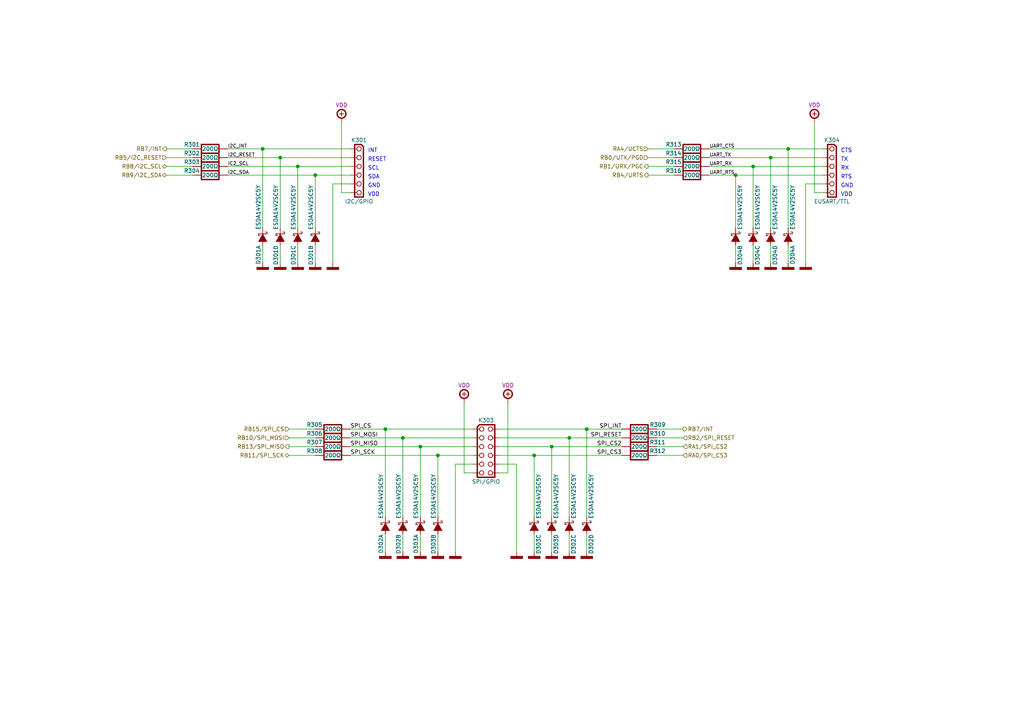
<source format=kicad_sch>
(kicad_sch (version 20250114) (generator "eeschema") (generator_version "9.0")
  (paper "A4")
  (title_block (title "Module") (date "01/2022") (rev "A") (comment 1 "PIC16-Bit Trainer"))
  (lib_symbols
    (symbol "tronixio:+VDD" (power) (pin_numbers (hide yes)) (pin_names (offset 0) (hide yes))
      (property "Description" "VDD" (at 0 5.08 0))
      (symbol "+VDD_0_1"
        (polyline (pts (xy -0.635 2.54) (xy 0.635 2.54)) (stroke (width 0.2)))
        (circle (center 0 2.54) (radius 1.27) (stroke (width 0.4)))
        (polyline (pts (xy 0 1.905) (xy 0 3.175)) (stroke (width 0.2)))
      )
      (symbol "+VDD_1_1"
        (pin power_in line (at 0 0 90) (length 1.27) (name "~") (number "1"))
      )
    )
    (symbol "tronixio:GND" (power) (pin_numbers (hide yes)) (pin_names (offset 0) (hide yes))
      (symbol "GND_0_1"
        (rectangle (start -1.778 -2.032) (end 1.778 -1.27) (stroke (width 0.001)) (fill (type outline)))
      )
      (symbol "GND_1_1"
        (pin power_in line (at 0 0 270) (length 1.27) (name "~") (number "1"))
      )
    )
    (symbol "tronixio:RESISTOR-1206-200R-5P" (pin_numbers (hide yes)) (pin_names (offset 0) (hide yes))
      (property "Reference" "R" (at 0.635 3.81 0))
      (property "Value" "200Ω" (at 0 0 90))
      (symbol "RESISTOR-1206-200R-5P_0_1"
        (rectangle (start -1.27 -2.54) (end 1.27 2.54) (stroke (width 0.4)))
      )
      (symbol "RESISTOR-1206-200R-5P_1_1"
        (pin passive line (at 0 5.08 270) (length 2.54) (name "~") (number "1"))
        (pin passive line (at 0 -5.08 90) (length 2.54) (name "~") (number "2"))
      )
    )
    (symbol "tronixio:SAMTEC-254-F-1X06-RIGHT-ANGLE" (pin_numbers (hide yes)) (pin_names (offset 0) (hide yes))
      (property "Reference" "K" (at 0 2.54 0))
      (property "Value" "SAMTEC-SSW-106-02-T-S-RA" (at 0 -15.24 0))
      (symbol "SAMTEC-254-F-1X06-RIGHT-ANGLE_0_1"
        (polyline (pts (xy -1.27 -13.97) (xy 1.27 -13.97) (xy 1.27 0.635) (xy 0.635 1.27) (xy -1.27 1.27) (xy -1.27 -13.97)) (stroke (width 0.4)))
        (circle (center 0 0) (radius 0.635) (stroke (width 0.2)))
        (circle (center 0 -2.54) (radius 0.635) (stroke (width 0.2)))
        (circle (center 0 -5.08) (radius 0.635) (stroke (width 0.2)))
        (circle (center 0 -7.62) (radius 0.635) (stroke (width 0.2)))
        (circle (center 0 -10.16) (radius 0.635) (stroke (width 0.2)))
        (circle (center 0 -12.7) (radius 0.635) (stroke (width 0.2)))
      )
      (symbol "SAMTEC-254-F-1X06-RIGHT-ANGLE_1_1"
        (pin passive line (at -2.54 0 0) (length 1.905) (name "1") (number "1"))
        (pin passive line (at -2.54 -2.54 0) (length 1.905) (name "2") (number "2"))
        (pin passive line (at -2.54 -5.08 0) (length 1.905) (name "3") (number "3"))
        (pin passive line (at -2.54 -7.62 0) (length 1.905) (name "4") (number "4"))
        (pin passive line (at -2.54 -10.16 0) (length 1.905) (name "5") (number "5"))
        (pin passive line (at -2.54 -12.7 0) (length 1.905) (name "6") (number "6"))
      )
    )
    (symbol "tronixio:SAMTEC-254-F-2X06-RIGHT-ANGLE" (pin_numbers (hide yes)) (pin_names (offset 0) (hide yes))
      (property "Reference" "K" (at 0 2.54 0))
      (property "Value" "SAMTEC-SSW-106-02-T-D-RA" (at 0 -15.24 0))
      (symbol "SAMTEC-254-F-2X06-RIGHT-ANGLE_0_0"
        (polyline (pts (xy -1.27 -13.97) (xy 3.81 -13.97) (xy 3.81 1.27) (xy -0.635 1.27) (xy -1.27 0.635) (xy -1.27 -13.97)) (stroke (width 0.4)))
        (circle (center 0 0) (radius 0.635) (stroke (width 0.2)))
        (circle (center 0 -2.54) (radius 0.635) (stroke (width 0.2)))
        (circle (center 0 -5.08) (radius 0.635) (stroke (width 0.2)))
        (circle (center 0 -7.62) (radius 0.635) (stroke (width 0.2)))
        (circle (center 0 -10.16) (radius 0.635) (stroke (width 0.2)))
        (circle (center 0 -12.7) (radius 0.635) (stroke (width 0.2)))
        (circle (center 2.54 0) (radius 0.635) (stroke (width 0.2)))
        (circle (center 2.54 -2.54) (radius 0.635) (stroke (width 0.2)))
        (circle (center 2.54 -5.08) (radius 0.635) (stroke (width 0.2)))
        (circle (center 2.54 -7.62) (radius 0.635) (stroke (width 0.2)))
        (circle (center 2.54 -10.16) (radius 0.635) (stroke (width 0.2)))
        (circle (center 2.54 -12.7) (radius 0.635) (stroke (width 0.2)))
      )
      (symbol "SAMTEC-254-F-2X06-RIGHT-ANGLE_1_1"
        (pin passive line (at -2.54 0 0) (length 1.905) (name "1") (number "1"))
        (pin passive line (at -2.54 -2.54 0) (length 1.905) (name "3") (number "3"))
        (pin passive line (at -2.54 -5.08 0) (length 1.905) (name "5") (number "5"))
        (pin passive line (at -2.54 -7.62 0) (length 1.905) (name "7") (number "7"))
        (pin passive line (at -2.54 -10.16 0) (length 1.905) (name "9") (number "9"))
        (pin passive line (at -2.54 -12.7 0) (length 1.905) (name "11") (number "11"))
        (pin passive line (at 5.08 0 180) (length 1.905) (name "2") (number "2"))
        (pin passive line (at 5.08 -2.54 180) (length 1.905) (name "4") (number "4"))
        (pin passive line (at 5.08 -5.08 180) (length 1.905) (name "6") (number "6"))
        (pin passive line (at 5.08 -7.62 180) (length 1.905) (name "8") (number "8"))
        (pin passive line (at 5.08 -10.16 180) (length 1.905) (name "10") (number "10"))
        (pin passive line (at 5.08 -12.7 180) (length 1.905) (name "12") (number "12"))
      )
    )
    (symbol "tronixio:ST-ESDA14V2SC5Y-SOT-23" (pin_numbers (hide yes)) (pin_names (offset 0) (hide yes))
      (property "Reference" "D" (at 1.27 2.54 0))
      (property "Value" "ESDA14V2SC5Y" (at 1.27 -2.54 0))
      (symbol "ST-ESDA14V2SC5Y-SOT-23_0_1"
        (polyline (pts (xy -1.27 -1.524) (xy 1.27 -1.524) (xy 0 0.762) (xy -1.27 -1.524)) (stroke (width 0.001)) (fill (type outline)))
        (polyline (pts (xy -0.762 0.254) (xy -1.27 0.254) (xy -1.27 0.762) (xy 1.27 0.762) (xy 1.27 1.27) (xy 0.762 1.27)) (stroke (width 0.2)))
      )
      (symbol "ST-ESDA14V2SC5Y-SOT-23_1_1"
        (pin passive line (at 0 2.54 270) (length 1.905) (name "C") (number "1"))
        (pin passive line (at 0 -2.54 90) (length 1.27) (name "A") (number "2"))
      )
      (symbol "ST-ESDA14V2SC5Y-SOT-23_2_1"
        (pin passive line (at 0 2.54 270) (length 1.905) (name "C") (number "3"))
        (pin passive line (at 0 -2.54 90) (length 1.27) (name "A") (number "2"))
      )
      (symbol "ST-ESDA14V2SC5Y-SOT-23_3_1"
        (pin passive line (at 0 2.54 270) (length 1.905) (name "C") (number "4"))
        (pin passive line (at 0 -2.54 90) (length 1.27) (name "A") (number "2"))
      )
      (symbol "ST-ESDA14V2SC5Y-SOT-23_4_1"
        (pin passive line (at 0 2.54 270) (length 1.905) (name "C") (number "5"))
        (pin passive line (at 0 -2.54 90) (length 1.27) (name "A") (number "2"))
      )
    )
  )
  (text "INT" (at 106.68 44.45 0) (effects (font (size 1.15 1.15)) (justify left bottom)))
  (text "TX" (at 243.84 46.99 0) (effects (font (size 1.15 1.15)) (justify left bottom)))
  (text "VDD" (at 106.68 57.15 0) (effects (font (size 1.15 1.15)) (justify left bottom)))
  (text "SCL" (at 106.68 49.53 0) (effects (font (size 1.15 1.15)) (justify left bottom)))
  (text "GND" (at 106.68 54.61 0) (effects (font (size 1.15 1.15)) (justify left bottom)))
  (text "RX" (at 243.84 49.53 0) (effects (font (size 1.15 1.15)) (justify left bottom)))
  (text "GND" (at 243.84 54.61 0) (effects (font (size 1.15 1.15)) (justify left bottom)))
  (text "SDA" (at 106.68 52.07 0) (effects (font (size 1.15 1.15)) (justify left bottom)))
  (text "CTS" (at 243.84 44.45 0) (effects (font (size 1.15 1.15)) (justify left bottom)))
  (text "VDD" (at 243.84 57.15 0) (effects (font (size 1.15 1.15)) (justify left bottom)))
  (text "RESET" (at 106.68 46.99 0) (effects (font (size 1.15 1.15)) (justify left bottom)))
  (text "RTS" (at 243.84 52.07 0) (effects (font (size 1.15 1.15)) (justify left bottom)))
  (junction (at 228.6 43.18))
  (junction (at 86.36 48.26))
  (junction (at 127 132.08))
  (junction (at 170.18 124.46))
  (junction (at 116.84 127))
  (junction (at 218.44 48.26))
  (junction (at 154.94 132.08))
  (junction (at 111.76 124.46))
  (junction (at 121.92 129.54))
  (junction (at 81.28 45.72))
  (junction (at 76.2 43.18))
  (junction (at 165.1 127))
  (junction (at 223.52 45.72))
  (junction (at 160.02 129.54))
  (junction (at 91.44 50.8))
  (junction (at 213.36 50.8))
  (wire (pts (xy 144.78 134.62) (xy 149.86 134.62)))
  (wire (pts (xy 223.52 71.12) (xy 223.52 76.2)))
  (wire (pts (xy 187.96 50.8) (xy 195.58 50.8)))
  (wire (pts (xy 91.44 71.12) (xy 91.44 76.2)))
  (wire (pts (xy 99.06 55.88) (xy 101.6 55.88)))
  (wire (pts (xy 205.74 43.18) (xy 228.6 43.18)))
  (wire (pts (xy 144.78 137.16) (xy 147.32 137.16)))
  (wire (pts (xy 236.22 35.56) (xy 236.22 55.88)))
  (wire (pts (xy 81.28 71.12) (xy 81.28 76.2)))
  (wire (pts (xy 111.76 154.94) (xy 111.76 160.02)))
  (wire (pts (xy 160.02 154.94) (xy 160.02 160.02)))
  (wire (pts (xy 134.62 137.16) (xy 137.16 137.16)))
  (wire (pts (xy 111.76 149.86) (xy 111.76 124.46)))
  (wire (pts (xy 83.82 124.46) (xy 91.44 124.46)))
  (wire (pts (xy 86.36 71.12) (xy 86.36 76.2)))
  (wire (pts (xy 127 154.94) (xy 127 160.02)))
  (wire (pts (xy 144.78 129.54) (xy 160.02 129.54)))
  (wire (pts (xy 213.36 71.12) (xy 213.36 76.2)))
  (wire (pts (xy 228.6 43.18) (xy 238.76 43.18)))
  (wire (pts (xy 213.36 50.8) (xy 213.36 66.04)))
  (wire (pts (xy 190.5 127) (xy 198.12 127)))
  (wire (pts (xy 116.84 127) (xy 116.84 149.86)))
  (wire (pts (xy 121.92 129.54) (xy 121.92 149.86)))
  (wire (pts (xy 205.74 50.8) (xy 213.36 50.8)))
  (wire (pts (xy 132.08 134.62) (xy 137.16 134.62)))
  (wire (pts (xy 228.6 43.18) (xy 228.6 66.04)))
  (wire (pts (xy 134.62 137.16) (xy 134.62 116.84)))
  (wire (pts (xy 160.02 129.54) (xy 160.02 149.86)))
  (wire (pts (xy 190.5 132.08) (xy 198.12 132.08)))
  (wire (pts (xy 236.22 55.88) (xy 238.76 55.88)))
  (wire (pts (xy 101.6 127) (xy 116.84 127)))
  (wire (pts (xy 154.94 132.08) (xy 180.34 132.08)))
  (wire (pts (xy 76.2 43.18) (xy 76.2 66.04)))
  (wire (pts (xy 101.6 129.54) (xy 121.92 129.54)))
  (wire (pts (xy 187.96 48.26) (xy 195.58 48.26)))
  (wire (pts (xy 48.26 48.26) (xy 55.88 48.26)))
  (wire (pts (xy 165.1 154.94) (xy 165.1 160.02)))
  (wire (pts (xy 91.44 50.8) (xy 91.44 66.04)))
  (wire (pts (xy 66.04 43.18) (xy 76.2 43.18)))
  (wire (pts (xy 101.6 124.46) (xy 111.76 124.46)))
  (wire (pts (xy 81.28 45.72) (xy 101.6 45.72)))
  (wire (pts (xy 66.04 48.26) (xy 86.36 48.26)))
  (wire (pts (xy 116.84 127) (xy 137.16 127)))
  (wire (pts (xy 205.74 48.26) (xy 218.44 48.26)))
  (wire (pts (xy 76.2 71.12) (xy 76.2 76.2)))
  (wire (pts (xy 83.82 127) (xy 91.44 127)))
  (wire (pts (xy 190.5 129.54) (xy 198.12 129.54)))
  (wire (pts (xy 170.18 154.94) (xy 170.18 160.02)))
  (wire (pts (xy 91.44 50.8) (xy 101.6 50.8)))
  (wire (pts (xy 127 132.08) (xy 137.16 132.08)))
  (wire (pts (xy 99.06 55.88) (xy 99.06 35.56)))
  (wire (pts (xy 81.28 45.72) (xy 81.28 66.04)))
  (wire (pts (xy 144.78 124.46) (xy 170.18 124.46)))
  (wire (pts (xy 66.04 45.72) (xy 81.28 45.72)))
  (wire (pts (xy 111.76 124.46) (xy 137.16 124.46)))
  (wire (pts (xy 228.6 71.12) (xy 228.6 76.2)))
  (wire (pts (xy 48.26 50.8) (xy 55.88 50.8)))
  (wire (pts (xy 48.26 43.18) (xy 55.88 43.18)))
  (wire (pts (xy 149.86 160.02) (xy 149.86 134.62)))
  (wire (pts (xy 187.96 43.18) (xy 195.58 43.18)))
  (wire (pts (xy 154.94 154.94) (xy 154.94 160.02)))
  (wire (pts (xy 165.1 149.86) (xy 165.1 127)))
  (wire (pts (xy 83.82 129.54) (xy 91.44 129.54)))
  (wire (pts (xy 154.94 132.08) (xy 154.94 149.86)))
  (wire (pts (xy 121.92 129.54) (xy 137.16 129.54)))
  (wire (pts (xy 205.74 45.72) (xy 223.52 45.72)))
  (wire (pts (xy 144.78 132.08) (xy 154.94 132.08)))
  (wire (pts (xy 48.26 45.72) (xy 55.88 45.72)))
  (wire (pts (xy 218.44 48.26) (xy 218.44 66.04)))
  (wire (pts (xy 233.68 76.2) (xy 233.68 53.34)))
  (wire (pts (xy 132.08 134.62) (xy 132.08 160.02)))
  (wire (pts (xy 213.36 50.8) (xy 238.76 50.8)))
  (wire (pts (xy 187.96 45.72) (xy 195.58 45.72)))
  (wire (pts (xy 165.1 127) (xy 180.34 127)))
  (wire (pts (xy 121.92 154.94) (xy 121.92 160.02)))
  (wire (pts (xy 96.52 53.34) (xy 96.52 76.2)))
  (wire (pts (xy 66.04 50.8) (xy 91.44 50.8)))
  (wire (pts (xy 76.2 43.18) (xy 101.6 43.18)))
  (wire (pts (xy 86.36 48.26) (xy 101.6 48.26)))
  (wire (pts (xy 86.36 48.26) (xy 86.36 66.04)))
  (wire (pts (xy 170.18 149.86) (xy 170.18 124.46)))
  (wire (pts (xy 223.52 45.72) (xy 238.76 45.72)))
  (wire (pts (xy 147.32 137.16) (xy 147.32 116.84)))
  (wire (pts (xy 223.52 45.72) (xy 223.52 66.04)))
  (wire (pts (xy 127 132.08) (xy 127 149.86)))
  (wire (pts (xy 218.44 48.26) (xy 238.76 48.26)))
  (wire (pts (xy 190.5 124.46) (xy 198.12 124.46)))
  (wire (pts (xy 170.18 124.46) (xy 180.34 124.46)))
  (wire (pts (xy 96.52 53.34) (xy 101.6 53.34)))
  (wire (pts (xy 144.78 127) (xy 165.1 127)))
  (wire (pts (xy 233.68 53.34) (xy 238.76 53.34)))
  (wire (pts (xy 218.44 71.12) (xy 218.44 76.2)))
  (wire (pts (xy 101.6 132.08) (xy 127 132.08)))
  (wire (pts (xy 83.82 132.08) (xy 91.44 132.08)))
  (wire (pts (xy 116.84 154.94) (xy 116.84 160.02)))
  (wire (pts (xy 160.02 129.54) (xy 180.34 129.54)))
  (label "SPI_MISO" (at 101.6 129.54 0) (effects (font (size 1.15 1.15))))
  (label "SPI_MOSI" (at 101.6 127 0) (effects (font (size 1.15 1.15))))
  (label "UART_RTS" (at 205.74 50.8 0) (effects (font (size 1 1))))
  (label "SPI_CS2" (at 180.34 129.54 180) (effects (font (size 1.15 1.15))))
  (label "UART_TX" (at 205.74 45.72 0) (effects (font (size 1 1))))
  (label "UART_CTS" (at 205.74 43.18 0) (effects (font (size 1 1))))
  (label "I2C_SDA" (at 66.04 50.8 0) (effects (font (size 1 1))))
  (label "IC2_SCL" (at 66.04 48.26 0) (effects (font (size 1 1))))
  (label "SPI_RESET" (at 180.34 127 180) (effects (font (size 1.15 1.15))))
  (label "UART_RX" (at 205.74 48.26 0) (effects (font (size 1 1))))
  (label "SPI_SCK" (at 101.6 132.08 0) (effects (font (size 1.15 1.15))))
  (label "I2C_RESET" (at 66.04 45.72 0) (effects (font (size 1 1))))
  (label "SPI_INT" (at 180.34 124.46 180) (effects (font (size 1.15 1.15))))
  (label "I2C_INT" (at 66.04 43.18 0) (effects (font (size 1 1))))
  (label "SPI_CS" (at 101.6 124.46 0) (effects (font (size 1.15 1.15))))
  (label "SPI_CS3" (at 180.34 132.08 180) (effects (font (size 1.15 1.15))))
  (hierarchical_label "RA0{slash}SPI_CS3" (shape input) (at 198.12 132.08 0) (effects (font (size 1.15 1.15))))
  (hierarchical_label "RA4{slash}UCTS" (shape input) (at 187.96 43.18 180) (effects (font (size 1.15 1.15))))
  (hierarchical_label "RB2{slash}SPI_RESET" (shape input) (at 198.12 127 0) (effects (font (size 1.15 1.15))))
  (hierarchical_label "RB1{slash}URX{slash}PGC" (shape output) (at 187.96 48.26 180) (effects (font (size 1.15 1.15))))
  (hierarchical_label "RB13{slash}SPI_MISO" (shape output) (at 83.82 129.54 180) (effects (font (size 1.15 1.15))))
  (hierarchical_label "RB9{slash}I2C_SDA" (shape bidirectional) (at 48.26 50.8 180) (effects (font (size 1.15 1.15))))
  (hierarchical_label "RB4{slash}URTS" (shape output) (at 187.96 50.8 180) (effects (font (size 1.15 1.15))))
  (hierarchical_label "RB15{slash}SPI_CS" (shape input) (at 83.82 124.46 180) (effects (font (size 1.15 1.15))))
  (hierarchical_label "RB10{slash}SPI_MOSI" (shape input) (at 83.82 127 180) (effects (font (size 1.15 1.15))))
  (hierarchical_label "RB0{slash}UTX{slash}PGD" (shape input) (at 187.96 45.72 180) (effects (font (size 1.15 1.15))))
  (hierarchical_label "RA1{slash}SPI_CS2" (shape input) (at 198.12 129.54 0) (effects (font (size 1.15 1.15))))
  (hierarchical_label "RB7{slash}INT" (shape output) (at 198.12 124.46 0) (effects (font (size 1.15 1.15))))
  (hierarchical_label "RB11{slash}SPI_SCK" (shape bidirectional) (at 83.82 132.08 180) (effects (font (size 1.15 1.15))))
  (hierarchical_label "RB7{slash}INT" (shape output) (at 48.26 43.18 180) (effects (font (size 1.15 1.15))))
  (hierarchical_label "RB5{slash}I2C_RESET" (shape input) (at 48.26 45.72 180) (effects (font (size 1.15 1.15))))
  (hierarchical_label "RB8{slash}I2C_SCL" (shape bidirectional) (at 48.26 48.26 180) (effects (font (size 1.15 1.15))))
  (symbol (lib_id "tronixio:RESISTOR-1206-200R-5P") (at 185.42 132.08 90) (unit 1)
    (property "Reference" "R312" (at 193.04 130.81 90) (effects (font (size 1.15 1.15)) (justify left)))
    (property "Value" "200Ω" (at 185.42 132.08 90) (effects (font (size 1.15 1.15))))
    (property "Footprint" "tronixio:RESISTOR-SMD-1206" (effects (hide yes)))
    (property "Description" "Resistor" (effects (hide yes)))
    (property "Tolerance" "5%" (effects (hide yes)))
    (property "Mouser" "660-RK73B2BTTDD201J" (effects (hide yes)))
  )
  (symbol (lib_id "tronixio:+VDD") (at 236.22 35.56 0) (unit 1)
    (property "Reference" "#PWR0151" (effects (hide yes)))
    (property "Value" "POWER-VDD" (effects (hide yes)))
    (property "Description" "VDD" (at 236.22 30.48 0) (effects (font (size 1.15 1.15))))
  )
  (symbol (lib_id "tronixio:GND") (at 154.94 160.02 0) (unit 1)
    (property "Reference" "#PWR0160" (effects (hide yes)))
    (property "Value" "POWER-GND" (effects (hide yes)))
    (property "Description" "GND" (effects (hide yes)))
  )
  (symbol (lib_id "tronixio:GND") (at 116.84 160.02 0) (unit 1)
    (property "Reference" "#PWR0144" (effects (hide yes)))
    (property "Value" "POWER-GND" (effects (hide yes)))
    (property "Description" "GND" (effects (hide yes)))
  )
  (symbol (lib_id "tronixio:RESISTOR-1206-200R-5P") (at 96.52 132.08 90) (unit 1)
    (property "Reference" "R308" (at 88.9 130.81 90) (effects (font (size 1.15 1.15)) (justify right)))
    (property "Value" "200Ω" (at 96.52 132.08 90) (effects (font (size 1.15 1.15))))
    (property "Footprint" "tronixio:RESISTOR-SMD-1206" (effects (hide yes)))
    (property "Description" "Resistor" (effects (hide yes)))
    (property "Tolerance" "5%" (effects (hide yes)))
    (property "Mouser" "660-RK73B2BTTDD201J" (effects (hide yes)))
  )
  (symbol (lib_id "tronixio:GND") (at 233.68 76.2 0) (unit 1)
    (property "Reference" "#PWR0152" (effects (hide yes)))
    (property "Value" "POWER-GND" (effects (hide yes)))
    (property "Description" "GND" (effects (hide yes)))
  )
  (symbol (lib_id "tronixio:ST-ESDA14V2SC5Y-SOT-23") (at 121.92 152.4 0) (unit 1)
    (property "Reference" "D303" (at 120.65 154.94 90) (effects (font (size 1.15 1.15)) (justify right)))
    (property "Value" "ESDA14V2SC5Y" (at 120.65 150.495 90) (effects (font (size 1.15 1.15)) (justify left)))
    (property "Footprint" "tronixio:SOT-23-5" (effects (hide yes)))
    (property "Datasheet" "http://www.st.com/content/ccc/resource/technical/document/datasheet/6c/ab/7a/c8/ed/5a/4e/94/DM00231412.pdf/files/DM00231412.pdf/jcr:content/translations/en.DM00231412.pdf" (effects (hide yes)))
    (property "Mouser" "511-ESDA14V2SC5Y" (effects (hide yes)))
  )
  (symbol (lib_id "tronixio:ST-ESDA14V2SC5Y-SOT-23") (at 81.28 68.58 0) (unit 4)
    (property "Reference" "D301" (at 80.01 71.12 90) (effects (font (size 1.15 1.15)) (justify right)))
    (property "Value" "ESDA14V2SC5Y" (at 80.01 66.675 90) (effects (font (size 1.15 1.15)) (justify left)))
    (property "Footprint" "tronixio:SOT-23-5" (effects (hide yes)))
    (property "Datasheet" "http://www.st.com/content/ccc/resource/technical/document/datasheet/6c/ab/7a/c8/ed/5a/4e/94/DM00231412.pdf/files/DM00231412.pdf/jcr:content/translations/en.DM00231412.pdf" (effects (hide yes)))
    (property "Mouser" "511-ESDA14V2SC5Y" (effects (hide yes)))
  )
  (symbol (lib_id "tronixio:RESISTOR-1206-200R-5P") (at 60.96 43.18 90) (unit 1)
    (property "Reference" "R301" (at 53.34 41.91 90) (effects (font (size 1.15 1.15)) (justify right)))
    (property "Value" "200Ω" (at 60.96 43.18 90) (effects (font (size 1.15 1.15))))
    (property "Footprint" "tronixio:RESISTOR-SMD-1206" (effects (hide yes)))
    (property "Description" "Resistor" (effects (hide yes)))
    (property "Tolerance" "5%" (effects (hide yes)))
    (property "Mouser" "660-RK73B2BTTDD201J" (effects (hide yes)))
  )
  (symbol (lib_id "tronixio:ST-ESDA14V2SC5Y-SOT-23") (at 228.6 68.58 0) (unit 1)
    (property "Reference" "D304" (at 229.87 71.12 90) (effects (font (size 1.15 1.15)) (justify right)))
    (property "Value" "ESDA14V2SC5Y" (at 229.87 66.675 90) (effects (font (size 1.15 1.15)) (justify left)))
    (property "Footprint" "tronixio:SOT-23-5" (effects (hide yes)))
    (property "Datasheet" "http://www.st.com/content/ccc/resource/technical/document/datasheet/6c/ab/7a/c8/ed/5a/4e/94/DM00231412.pdf/files/DM00231412.pdf/jcr:content/translations/en.DM00231412.pdf" (effects (hide yes)))
    (property "Mouser" "511-ESDA14V2SC5Y" (effects (hide yes)))
  )
  (symbol (lib_id "tronixio:GND") (at 81.28 76.2 0) (unit 1)
    (property "Reference" "#PWR0148" (effects (hide yes)))
    (property "Value" "POWER-GND" (effects (hide yes)))
    (property "Description" "GND" (effects (hide yes)))
  )
  (symbol (lib_id "tronixio:GND") (at 170.18 160.02 0) (unit 1)
    (property "Reference" "#PWR0161" (effects (hide yes)))
    (property "Value" "POWER-GND" (effects (hide yes)))
    (property "Description" "GND" (effects (hide yes)))
  )
  (symbol (lib_id "tronixio:GND") (at 121.92 160.02 0) (unit 1)
    (property "Reference" "#PWR0145" (effects (hide yes)))
    (property "Value" "POWER-GND" (effects (hide yes)))
    (property "Description" "GND" (effects (hide yes)))
  )
  (symbol (lib_id "tronixio:RESISTOR-1206-200R-5P") (at 200.66 45.72 90) (unit 1)
    (property "Reference" "R314" (at 193.04 44.45 90) (effects (font (size 1.15 1.15)) (justify right)))
    (property "Value" "200Ω" (at 200.66 45.72 90) (effects (font (size 1.15 1.15))))
    (property "Footprint" "tronixio:RESISTOR-SMD-1206" (effects (hide yes)))
    (property "Description" "Resistor" (effects (hide yes)))
    (property "Tolerance" "5%" (effects (hide yes)))
    (property "Mouser" "660-RK73B2BTTDD201J" (effects (hide yes)))
  )
  (symbol (lib_id "tronixio:ST-ESDA14V2SC5Y-SOT-23") (at 154.94 152.4 0) (unit 3)
    (property "Reference" "D303" (at 156.21 154.94 90) (effects (font (size 1.15 1.15)) (justify right)))
    (property "Value" "ESDA14V2SC5Y" (at 156.21 150.495 90) (effects (font (size 1.15 1.15)) (justify left)))
    (property "Footprint" "tronixio:SOT-23-5" (effects (hide yes)))
    (property "Datasheet" "http://www.st.com/content/ccc/resource/technical/document/datasheet/6c/ab/7a/c8/ed/5a/4e/94/DM00231412.pdf/files/DM00231412.pdf/jcr:content/translations/en.DM00231412.pdf" (effects (hide yes)))
    (property "Mouser" "511-ESDA14V2SC5Y" (effects (hide yes)))
  )
  (symbol (lib_id "tronixio:ST-ESDA14V2SC5Y-SOT-23") (at 170.18 152.4 0) (unit 4)
    (property "Reference" "D302" (at 171.45 154.94 90) (effects (font (size 1.15 1.15)) (justify right)))
    (property "Value" "ESDA14V2SC5Y" (at 171.45 150.495 90) (effects (font (size 1.15 1.15)) (justify left)))
    (property "Footprint" "tronixio:SOT-23-5" (effects (hide yes)))
    (property "Datasheet" "http://www.st.com/content/ccc/resource/technical/document/datasheet/6c/ab/7a/c8/ed/5a/4e/94/DM00231412.pdf/files/DM00231412.pdf/jcr:content/translations/en.DM00231412.pdf" (effects (hide yes)))
    (property "Mouser" "511-ESDA14V2SC5Y" (effects (hide yes)))
  )
  (symbol (lib_id "tronixio:+VDD") (at 134.62 116.84 0) (unit 1)
    (property "Reference" "#PWR0163" (effects (hide yes)))
    (property "Value" "POWER-VDD" (effects (hide yes)))
    (property "Description" "VDD" (at 134.62 111.76 0) (effects (font (size 1.15 1.15))))
  )
  (symbol (lib_id "tronixio:ST-ESDA14V2SC5Y-SOT-23") (at 165.1 152.4 0) (unit 3)
    (property "Reference" "D302" (at 166.37 154.94 90) (effects (font (size 1.15 1.15)) (justify right)))
    (property "Value" "ESDA14V2SC5Y" (at 166.37 150.495 90) (effects (font (size 1.15 1.15)) (justify left)))
    (property "Footprint" "tronixio:SOT-23-5" (effects (hide yes)))
    (property "Datasheet" "http://www.st.com/content/ccc/resource/technical/document/datasheet/6c/ab/7a/c8/ed/5a/4e/94/DM00231412.pdf/files/DM00231412.pdf/jcr:content/translations/en.DM00231412.pdf" (effects (hide yes)))
    (property "Mouser" "511-ESDA14V2SC5Y" (effects (hide yes)))
  )
  (symbol (lib_id "tronixio:RESISTOR-1206-200R-5P") (at 185.42 124.46 90) (unit 1)
    (property "Reference" "R309" (at 193.04 123.19 90) (effects (font (size 1.15 1.15)) (justify left)))
    (property "Value" "200Ω" (at 185.42 124.46 90) (effects (font (size 1.15 1.15))))
    (property "Footprint" "tronixio:RESISTOR-SMD-1206" (effects (hide yes)))
    (property "Description" "Resistor" (effects (hide yes)))
    (property "Tolerance" "5%" (effects (hide yes)))
    (property "Mouser" "660-RK73B2BTTDD201J" (effects (hide yes)))
  )
  (symbol (lib_id "tronixio:SAMTEC-254-F-1X06-RIGHT-ANGLE") (at 241.3 43.18 0) (unit 1)
    (property "Reference" "K304" (at 241.3 40.64 0) (effects (font (size 1.15 1.15))))
    (property "Value" "EUSART/TTL" (at 241.3 58.42 0) (effects (font (size 1.15 1.15))))
    (property "Footprint" "tronixio:SAMTEC-SSW-106-02-T-S-RA" (effects (hide yes)))
    (property "Datasheet" "http://suddendocs.samtec.com/catalog_english/ssw_th.pdf" (effects (hide yes)))
    (property "Mouser" "200-SSW10603TSRA" (effects (hide yes)))
  )
  (symbol (lib_id "tronixio:RESISTOR-1206-200R-5P") (at 60.96 50.8 90) (unit 1)
    (property "Reference" "R304" (at 53.34 49.53 90) (effects (font (size 1.15 1.15)) (justify right)))
    (property "Value" "200Ω" (at 60.96 50.8 90) (effects (font (size 1.15 1.15))))
    (property "Footprint" "tronixio:RESISTOR-SMD-1206" (effects (hide yes)))
    (property "Description" "Resistor" (effects (hide yes)))
    (property "Tolerance" "5%" (effects (hide yes)))
    (property "Mouser" "660-RK73B2BTTDD201J" (effects (hide yes)))
  )
  (symbol (lib_id "tronixio:GND") (at 91.44 76.2 0) (unit 1)
    (property "Reference" "#PWR0146" (effects (hide yes)))
    (property "Value" "POWER-GND" (effects (hide yes)))
    (property "Description" "GND" (effects (hide yes)))
  )
  (symbol (lib_id "tronixio:ST-ESDA14V2SC5Y-SOT-23") (at 91.44 68.58 0) (unit 2)
    (property "Reference" "D301" (at 90.17 71.12 90) (effects (font (size 1.15 1.15)) (justify right)))
    (property "Value" "ESDA14V2SC5Y" (at 90.17 66.675 90) (effects (font (size 1.15 1.15)) (justify left)))
    (property "Footprint" "tronixio:SOT-23-5" (effects (hide yes)))
    (property "Datasheet" "http://www.st.com/content/ccc/resource/technical/document/datasheet/6c/ab/7a/c8/ed/5a/4e/94/DM00231412.pdf/files/DM00231412.pdf/jcr:content/translations/en.DM00231412.pdf" (effects (hide yes)))
    (property "Mouser" "511-ESDA14V2SC5Y" (effects (hide yes)))
  )
  (symbol (lib_id "tronixio:+VDD") (at 99.06 35.56 0) (unit 1)
    (property "Reference" "#PWR0157" (effects (hide yes)))
    (property "Value" "POWER-VDD" (effects (hide yes)))
    (property "Description" "VDD" (at 99.06 30.48 0) (effects (font (size 1.15 1.15))))
  )
  (symbol (lib_id "tronixio:GND") (at 218.44 76.2 0) (unit 1)
    (property "Reference" "#PWR0155" (effects (hide yes)))
    (property "Value" "POWER-GND" (effects (hide yes)))
    (property "Description" "GND" (effects (hide yes)))
  )
  (symbol (lib_id "tronixio:GND") (at 228.6 76.2 0) (unit 1)
    (property "Reference" "#PWR0153" (effects (hide yes)))
    (property "Value" "POWER-GND" (effects (hide yes)))
    (property "Description" "GND" (effects (hide yes)))
  )
  (symbol (lib_id "tronixio:SAMTEC-254-F-1X06-RIGHT-ANGLE") (at 104.14 43.18 0) (unit 1)
    (property "Reference" "K301" (at 104.14 40.64 0) (effects (font (size 1.15 1.15))))
    (property "Value" "I2C/GPIO" (at 104.14 58.42 0) (effects (font (size 1.15 1.15))))
    (property "Footprint" "tronixio:SAMTEC-SSW-106-02-T-S-RA" (effects (hide yes)))
    (property "Datasheet" "http://suddendocs.samtec.com/catalog_english/ssw_th.pdf" (effects (hide yes)))
    (property "Mouser" "200-SSW10603TSRA" (effects (hide yes)))
  )
  (symbol (lib_id "tronixio:GND") (at 160.02 160.02 0) (unit 1)
    (property "Reference" "#PWR0158" (effects (hide yes)))
    (property "Value" "POWER-GND" (effects (hide yes)))
    (property "Description" "GND" (effects (hide yes)))
  )
  (symbol (lib_id "tronixio:GND") (at 223.52 76.2 0) (unit 1)
    (property "Reference" "#PWR0154" (effects (hide yes)))
    (property "Value" "POWER-GND" (effects (hide yes)))
    (property "Description" "GND" (effects (hide yes)))
  )
  (symbol (lib_id "tronixio:ST-ESDA14V2SC5Y-SOT-23") (at 213.36 68.58 0) (unit 2)
    (property "Reference" "D304" (at 214.63 71.12 90) (effects (font (size 1.15 1.15)) (justify right)))
    (property "Value" "ESDA14V2SC5Y" (at 214.63 66.675 90) (effects (font (size 1.15 1.15)) (justify left)))
    (property "Footprint" "tronixio:SOT-23-5" (effects (hide yes)))
    (property "Datasheet" "http://www.st.com/content/ccc/resource/technical/document/datasheet/6c/ab/7a/c8/ed/5a/4e/94/DM00231412.pdf/files/DM00231412.pdf/jcr:content/translations/en.DM00231412.pdf" (effects (hide yes)))
    (property "Mouser" "511-ESDA14V2SC5Y" (effects (hide yes)))
  )
  (symbol (lib_id "tronixio:GND") (at 149.86 160.02 0) (unit 1)
    (property "Reference" "#PWR0159" (effects (hide yes)))
    (property "Value" "POWER-GND" (effects (hide yes)))
    (property "Description" "GND" (effects (hide yes)))
  )
  (symbol (lib_id "tronixio:RESISTOR-1206-200R-5P") (at 185.42 127 90) (unit 1)
    (property "Reference" "R310" (at 193.04 125.73 90) (effects (font (size 1.15 1.15)) (justify left)))
    (property "Value" "200Ω" (at 185.42 127 90) (effects (font (size 1.15 1.15))))
    (property "Footprint" "tronixio:RESISTOR-SMD-1206" (effects (hide yes)))
    (property "Description" "Resistor" (effects (hide yes)))
    (property "Tolerance" "5%" (effects (hide yes)))
    (property "Mouser" "660-RK73B2BTTDD201J" (effects (hide yes)))
  )
  (symbol (lib_id "tronixio:RESISTOR-1206-200R-5P") (at 200.66 43.18 90) (unit 1)
    (property "Reference" "R313" (at 193.04 41.91 90) (effects (font (size 1.15 1.15)) (justify right)))
    (property "Value" "200Ω" (at 200.66 43.18 90) (effects (font (size 1.15 1.15))))
    (property "Footprint" "tronixio:RESISTOR-SMD-1206" (effects (hide yes)))
    (property "Description" "Resistor" (effects (hide yes)))
    (property "Tolerance" "5%" (effects (hide yes)))
    (property "Mouser" "660-RK73B2BTTDD201J" (effects (hide yes)))
  )
  (symbol (lib_id "tronixio:GND") (at 132.08 160.02 0) (unit 1)
    (property "Reference" "#PWR0141" (effects (hide yes)))
    (property "Value" "POWER-GND" (effects (hide yes)))
    (property "Description" "GND" (effects (hide yes)))
  )
  (symbol (lib_id "tronixio:GND") (at 213.36 76.2 0) (unit 1)
    (property "Reference" "#PWR0156" (effects (hide yes)))
    (property "Value" "POWER-GND" (effects (hide yes)))
    (property "Description" "GND" (effects (hide yes)))
  )
  (symbol (lib_id "tronixio:ST-ESDA14V2SC5Y-SOT-23") (at 111.76 152.4 0) (unit 1)
    (property "Reference" "D302" (at 110.49 154.94 90) (effects (font (size 1.15 1.15)) (justify right)))
    (property "Value" "ESDA14V2SC5Y" (at 110.49 150.495 90) (effects (font (size 1.15 1.15)) (justify left)))
    (property "Footprint" "tronixio:SOT-23-5" (effects (hide yes)))
    (property "Datasheet" "http://www.st.com/content/ccc/resource/technical/document/datasheet/6c/ab/7a/c8/ed/5a/4e/94/DM00231412.pdf/files/DM00231412.pdf/jcr:content/translations/en.DM00231412.pdf" (effects (hide yes)))
    (property "Mouser" "511-ESDA14V2SC5Y" (effects (hide yes)))
  )
  (symbol (lib_id "tronixio:RESISTOR-1206-200R-5P") (at 60.96 45.72 90) (unit 1)
    (property "Reference" "R302" (at 53.34 44.45 90) (effects (font (size 1.15 1.15)) (justify right)))
    (property "Value" "200Ω" (at 60.96 45.72 90) (effects (font (size 1.15 1.15))))
    (property "Footprint" "tronixio:RESISTOR-SMD-1206" (effects (hide yes)))
    (property "Description" "Resistor" (effects (hide yes)))
    (property "Tolerance" "5%" (effects (hide yes)))
    (property "Mouser" "660-RK73B2BTTDD201J" (effects (hide yes)))
  )
  (symbol (lib_id "tronixio:GND") (at 76.2 76.2 0) (unit 1)
    (property "Reference" "#PWR0150" (effects (hide yes)))
    (property "Value" "POWER-GND" (effects (hide yes)))
    (property "Description" "GND" (effects (hide yes)))
  )
  (symbol (lib_id "tronixio:ST-ESDA14V2SC5Y-SOT-23") (at 223.52 68.58 0) (unit 4)
    (property "Reference" "D304" (at 224.79 71.12 90) (effects (font (size 1.15 1.15)) (justify right)))
    (property "Value" "ESDA14V2SC5Y" (at 224.79 66.675 90) (effects (font (size 1.15 1.15)) (justify left)))
    (property "Footprint" "tronixio:SOT-23-5" (effects (hide yes)))
    (property "Datasheet" "http://www.st.com/content/ccc/resource/technical/document/datasheet/6c/ab/7a/c8/ed/5a/4e/94/DM00231412.pdf/files/DM00231412.pdf/jcr:content/translations/en.DM00231412.pdf" (effects (hide yes)))
    (property "Mouser" "511-ESDA14V2SC5Y" (effects (hide yes)))
  )
  (symbol (lib_id "tronixio:ST-ESDA14V2SC5Y-SOT-23") (at 76.2 68.58 0) (unit 1)
    (property "Reference" "D301" (at 74.93 71.12 90) (effects (font (size 1.15 1.15)) (justify right)))
    (property "Value" "ESDA14V2SC5Y" (at 74.93 66.675 90) (effects (font (size 1.15 1.15)) (justify left)))
    (property "Footprint" "tronixio:SOT-23-5" (effects (hide yes)))
    (property "Datasheet" "http://www.st.com/content/ccc/resource/technical/document/datasheet/6c/ab/7a/c8/ed/5a/4e/94/DM00231412.pdf/files/DM00231412.pdf/jcr:content/translations/en.DM00231412.pdf" (effects (hide yes)))
    (property "Mouser" "511-ESDA14V2SC5Y" (effects (hide yes)))
  )
  (symbol (lib_id "tronixio:ST-ESDA14V2SC5Y-SOT-23") (at 160.02 152.4 0) (unit 4)
    (property "Reference" "D303" (at 161.29 154.94 90) (effects (font (size 1.15 1.15)) (justify right)))
    (property "Value" "ESDA14V2SC5Y" (at 161.29 150.495 90) (effects (font (size 1.15 1.15)) (justify left)))
    (property "Footprint" "tronixio:SOT-23-5" (effects (hide yes)))
    (property "Datasheet" "http://www.st.com/content/ccc/resource/technical/document/datasheet/6c/ab/7a/c8/ed/5a/4e/94/DM00231412.pdf/files/DM00231412.pdf/jcr:content/translations/en.DM00231412.pdf" (effects (hide yes)))
    (property "Mouser" "511-ESDA14V2SC5Y" (effects (hide yes)))
  )
  (symbol (lib_id "tronixio:ST-ESDA14V2SC5Y-SOT-23") (at 127 152.4 0) (unit 2)
    (property "Reference" "D303" (at 125.73 154.94 90) (effects (font (size 1.15 1.15)) (justify right)))
    (property "Value" "ESDA14V2SC5Y" (at 125.73 150.495 90) (effects (font (size 1.15 1.15)) (justify left)))
    (property "Footprint" "tronixio:SOT-23-5" (effects (hide yes)))
    (property "Datasheet" "http://www.st.com/content/ccc/resource/technical/document/datasheet/6c/ab/7a/c8/ed/5a/4e/94/DM00231412.pdf/files/DM00231412.pdf/jcr:content/translations/en.DM00231412.pdf" (effects (hide yes)))
    (property "Mouser" "511-ESDA14V2SC5Y" (effects (hide yes)))
  )
  (symbol (lib_id "tronixio:ST-ESDA14V2SC5Y-SOT-23") (at 86.36 68.58 0) (unit 3)
    (property "Reference" "D301" (at 85.09 71.12 90) (effects (font (size 1.15 1.15)) (justify right)))
    (property "Value" "ESDA14V2SC5Y" (at 85.09 66.675 90) (effects (font (size 1.15 1.15)) (justify left)))
    (property "Footprint" "tronixio:SOT-23-5" (effects (hide yes)))
    (property "Datasheet" "http://www.st.com/content/ccc/resource/technical/document/datasheet/6c/ab/7a/c8/ed/5a/4e/94/DM00231412.pdf/files/DM00231412.pdf/jcr:content/translations/en.DM00231412.pdf" (effects (hide yes)))
    (property "Mouser" "511-ESDA14V2SC5Y" (effects (hide yes)))
  )
  (symbol (lib_id "tronixio:RESISTOR-1206-200R-5P") (at 96.52 129.54 90) (unit 1)
    (property "Reference" "R307" (at 88.9 128.27 90) (effects (font (size 1.15 1.15)) (justify right)))
    (property "Value" "200Ω" (at 96.52 129.54 90) (effects (font (size 1.15 1.15))))
    (property "Footprint" "tronixio:RESISTOR-SMD-1206" (effects (hide yes)))
    (property "Description" "Resistor" (effects (hide yes)))
    (property "Tolerance" "5%" (effects (hide yes)))
    (property "Mouser" "660-RK73B2BTTDD201J" (effects (hide yes)))
  )
  (symbol (lib_id "tronixio:+VDD") (at 147.32 116.84 0) (unit 1)
    (property "Reference" "#PWR0164" (effects (hide yes)))
    (property "Value" "POWER-VDD" (effects (hide yes)))
    (property "Description" "VDD" (at 147.32 111.76 0) (effects (font (size 1.15 1.15))))
  )
  (symbol (lib_id "tronixio:GND") (at 165.1 160.02 0) (unit 1)
    (property "Reference" "#PWR0162" (effects (hide yes)))
    (property "Value" "POWER-GND" (effects (hide yes)))
    (property "Description" "GND" (effects (hide yes)))
  )
  (symbol (lib_id "tronixio:RESISTOR-1206-200R-5P") (at 60.96 48.26 90) (unit 1)
    (property "Reference" "R303" (at 53.34 46.99 90) (effects (font (size 1.15 1.15)) (justify right)))
    (property "Value" "200Ω" (at 60.96 48.26 90) (effects (font (size 1.15 1.15))))
    (property "Footprint" "tronixio:RESISTOR-SMD-1206" (effects (hide yes)))
    (property "Description" "Resistor" (effects (hide yes)))
    (property "Tolerance" "5%" (effects (hide yes)))
    (property "Mouser" "660-RK73B2BTTDD201J" (effects (hide yes)))
  )
  (symbol (lib_id "tronixio:RESISTOR-1206-200R-5P") (at 185.42 129.54 90) (unit 1)
    (property "Reference" "R311" (at 193.04 128.27 90) (effects (font (size 1.15 1.15)) (justify left)))
    (property "Value" "200Ω" (at 185.42 129.54 90) (effects (font (size 1.15 1.15))))
    (property "Footprint" "tronixio:RESISTOR-SMD-1206" (effects (hide yes)))
    (property "Description" "Resistor" (effects (hide yes)))
    (property "Tolerance" "5%" (effects (hide yes)))
    (property "Mouser" "660-RK73B2BTTDD201J" (effects (hide yes)))
  )
  (symbol (lib_id "tronixio:RESISTOR-1206-200R-5P") (at 96.52 127 90) (unit 1)
    (property "Reference" "R306" (at 88.9 125.73 90) (effects (font (size 1.15 1.15)) (justify right)))
    (property "Value" "200Ω" (at 96.52 127 90) (effects (font (size 1.15 1.15))))
    (property "Footprint" "tronixio:RESISTOR-SMD-1206" (effects (hide yes)))
    (property "Description" "Resistor" (effects (hide yes)))
    (property "Tolerance" "5%" (effects (hide yes)))
    (property "Mouser" "660-RK73B2BTTDD201J" (effects (hide yes)))
  )
  (symbol (lib_id "tronixio:GND") (at 111.76 160.02 0) (unit 1)
    (property "Reference" "#PWR0143" (effects (hide yes)))
    (property "Value" "POWER-GND" (effects (hide yes)))
    (property "Description" "GND" (effects (hide yes)))
  )
  (symbol (lib_id "tronixio:GND") (at 86.36 76.2 0) (unit 1)
    (property "Reference" "#PWR0149" (effects (hide yes)))
    (property "Value" "POWER-GND" (effects (hide yes)))
    (property "Description" "GND" (effects (hide yes)))
  )
  (symbol (lib_id "tronixio:RESISTOR-1206-200R-5P") (at 96.52 124.46 90) (unit 1)
    (property "Reference" "R305" (at 88.9 123.19 90) (effects (font (size 1.15 1.15)) (justify right)))
    (property "Value" "200Ω" (at 96.52 124.46 90) (effects (font (size 1.15 1.15))))
    (property "Footprint" "tronixio:RESISTOR-SMD-1206" (effects (hide yes)))
    (property "Description" "Resistor" (effects (hide yes)))
    (property "Tolerance" "5%" (effects (hide yes)))
    (property "Mouser" "660-RK73B2BTTDD201J" (effects (hide yes)))
  )
  (symbol (lib_id "tronixio:ST-ESDA14V2SC5Y-SOT-23") (at 116.84 152.4 0) (unit 2)
    (property "Reference" "D302" (at 115.57 154.94 90) (effects (font (size 1.15 1.15)) (justify right)))
    (property "Value" "ESDA14V2SC5Y" (at 115.57 150.495 90) (effects (font (size 1.15 1.15)) (justify left)))
    (property "Footprint" "tronixio:SOT-23-5" (effects (hide yes)))
    (property "Datasheet" "http://www.st.com/content/ccc/resource/technical/document/datasheet/6c/ab/7a/c8/ed/5a/4e/94/DM00231412.pdf/files/DM00231412.pdf/jcr:content/translations/en.DM00231412.pdf" (effects (hide yes)))
    (property "Mouser" "511-ESDA14V2SC5Y" (effects (hide yes)))
  )
  (symbol (lib_id "tronixio:ST-ESDA14V2SC5Y-SOT-23") (at 218.44 68.58 0) (unit 3)
    (property "Reference" "D304" (at 219.71 71.12 90) (effects (font (size 1.15 1.15)) (justify right)))
    (property "Value" "ESDA14V2SC5Y" (at 219.71 66.675 90) (effects (font (size 1.15 1.15)) (justify left)))
    (property "Footprint" "tronixio:SOT-23-5" (effects (hide yes)))
    (property "Datasheet" "http://www.st.com/content/ccc/resource/technical/document/datasheet/6c/ab/7a/c8/ed/5a/4e/94/DM00231412.pdf/files/DM00231412.pdf/jcr:content/translations/en.DM00231412.pdf" (effects (hide yes)))
    (property "Mouser" "511-ESDA14V2SC5Y" (effects (hide yes)))
  )
  (symbol (lib_id "tronixio:RESISTOR-1206-200R-5P") (at 200.66 50.8 90) (unit 1)
    (property "Reference" "R316" (at 193.04 49.53 90) (effects (font (size 1.15 1.15)) (justify right)))
    (property "Value" "200Ω" (at 200.66 50.8 90) (effects (font (size 1.15 1.15))))
    (property "Footprint" "tronixio:RESISTOR-SMD-1206" (effects (hide yes)))
    (property "Description" "Resistor" (effects (hide yes)))
    (property "Tolerance" "5%" (effects (hide yes)))
    (property "Mouser" "660-RK73B2BTTDD201J" (effects (hide yes)))
  )
  (symbol (lib_id "tronixio:RESISTOR-1206-200R-5P") (at 200.66 48.26 90) (unit 1)
    (property "Reference" "R315" (at 193.04 46.99 90) (effects (font (size 1.15 1.15)) (justify right)))
    (property "Value" "200Ω" (at 200.66 48.26 90) (effects (font (size 1.15 1.15))))
    (property "Footprint" "tronixio:RESISTOR-SMD-1206" (effects (hide yes)))
    (property "Description" "Resistor" (effects (hide yes)))
    (property "Tolerance" "5%" (effects (hide yes)))
    (property "Mouser" "660-RK73B2BTTDD201J" (effects (hide yes)))
  )
  (symbol (lib_id "tronixio:GND") (at 127 160.02 0) (unit 1)
    (property "Reference" "#PWR0142" (effects (hide yes)))
    (property "Value" "POWER-GND" (effects (hide yes)))
    (property "Description" "GND" (effects (hide yes)))
  )
  (symbol (lib_id "tronixio:SAMTEC-254-F-2X06-RIGHT-ANGLE") (at 139.7 124.46 0) (unit 1)
    (property "Reference" "K303" (at 140.97 121.92 0) (effects (font (size 1.15 1.15))))
    (property "Value" "SPI/GPIO" (at 140.97 139.7 0) (effects (font (size 1.15 1.15))))
    (property "Footprint" "tronixio:SAMTEC-SSW-106-02-T-D-RA" (effects (hide yes)))
    (property "Datasheet" "http://suddendocs.samtec.com/catalog_english/ssw_th.pdf" (effects (hide yes)))
    (property "Mouser" "200-SSW10602TDRA" (effects (hide yes)))
  )
  (symbol (lib_id "tronixio:GND") (at 96.52 76.2 0) (unit 1)
    (property "Reference" "#PWR0147" (effects (hide yes)))
    (property "Value" "POWER-GND" (effects (hide yes)))
    (property "Description" "GND" (effects (hide yes)))
  )
)
</source>
